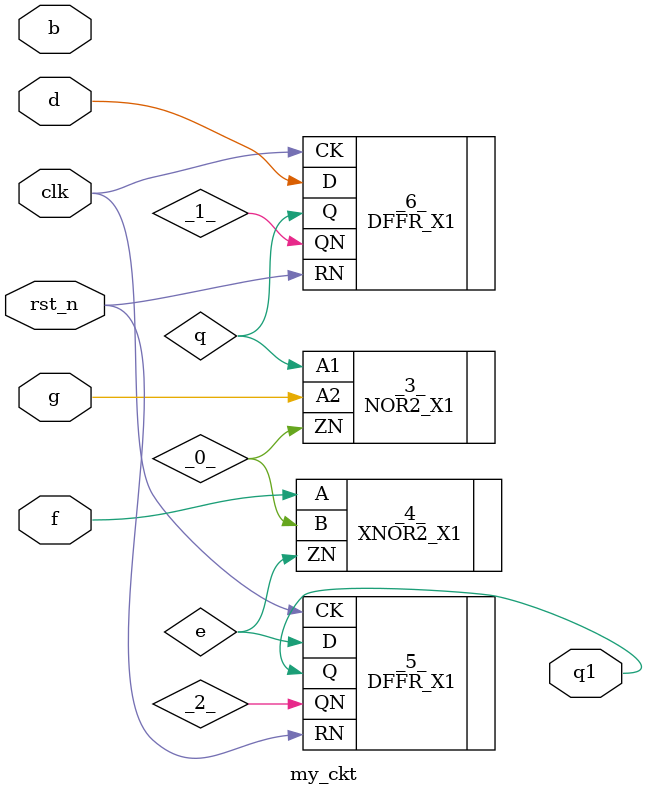
<source format=v>
/* Generated by Yosys 0.56+30 (git sha1 2d90e80b5, g++ 11.4.0-1ubuntu1~22.04 -fPIC -O3) */

module my_ckt(clk, rst_n, d, b, f, g, q1);
  input clk;
  wire clk;
  input rst_n;
  wire rst_n;
  input d;
  wire d;
  input b;
  wire b;
  input f;
  wire f;
  input g;
  wire g;
  output q1;
  wire q1;
  wire _0_;
  wire _1_;
  wire _2_;
  wire e;
  wire q;
  NOR2_X1 _3_ (
    .A1(q),
    .A2(g),
    .ZN(_0_)
  );
  XNOR2_X1 _4_ (
    .A(f),
    .B(_0_),
    .ZN(e)
  );
  DFFR_X1 _5_ (
    .CK(clk),
    .D(e),
    .Q(q1),
    .QN(_2_),
    .RN(rst_n)
  );
  DFFR_X1 _6_ (
    .CK(clk),
    .D(d),
    .Q(q),
    .QN(_1_),
    .RN(rst_n)
  );
endmodule

</source>
